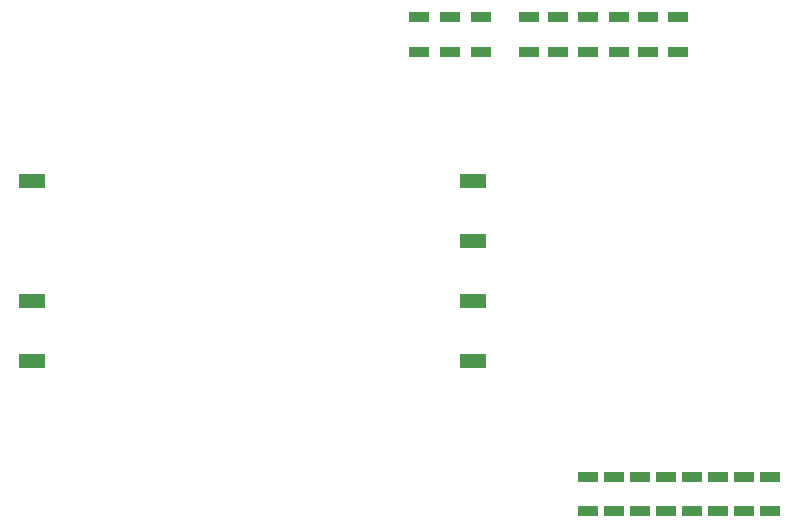
<source format=gbr>
G04 #@! TF.GenerationSoftware,KiCad,Pcbnew,(5.1.0-0)*
G04 #@! TF.CreationDate,2019-04-24T12:09:54-04:00*
G04 #@! TF.ProjectId,TR19-COMP-PD_rev2,54523139-2d43-44f4-9d50-2d50445f7265,rev?*
G04 #@! TF.SameCoordinates,Original*
G04 #@! TF.FileFunction,Paste,Top*
G04 #@! TF.FilePolarity,Positive*
%FSLAX46Y46*%
G04 Gerber Fmt 4.6, Leading zero omitted, Abs format (unit mm)*
G04 Created by KiCad (PCBNEW (5.1.0-0)) date 2019-04-24 12:09:54*
%MOMM*%
%LPD*%
G04 APERTURE LIST*
%ADD10R,2.200000X1.200000*%
%ADD11R,1.700000X0.900000*%
G04 APERTURE END LIST*
D10*
X127472000Y-92340000D03*
X127472000Y-97420000D03*
X127472000Y-102500000D03*
X127472000Y-87260000D03*
X90134000Y-102500000D03*
X90134000Y-97420000D03*
X90134000Y-87260000D03*
D11*
X144850000Y-76300000D03*
X144850000Y-73400000D03*
X142250000Y-73400000D03*
X142250000Y-76300000D03*
X139800000Y-76300000D03*
X139800000Y-73400000D03*
X137200000Y-112300000D03*
X137200000Y-115200000D03*
X141600000Y-112300000D03*
X141600000Y-115200000D03*
X146000000Y-112300000D03*
X146000000Y-115200000D03*
X150400000Y-112300000D03*
X150400000Y-115200000D03*
X137200000Y-76300000D03*
X137200000Y-73400000D03*
X134700000Y-73400000D03*
X134700000Y-76300000D03*
X132200000Y-76300000D03*
X132200000Y-73400000D03*
X139400000Y-112300000D03*
X139400000Y-115200000D03*
X143800000Y-112300000D03*
X143800000Y-115200000D03*
X148200000Y-112300000D03*
X148200000Y-115200000D03*
X152600000Y-112300000D03*
X152600000Y-115200000D03*
X128150000Y-76300000D03*
X128150000Y-73400000D03*
X125550000Y-73400000D03*
X125550000Y-76300000D03*
X122900000Y-76300000D03*
X122900000Y-73400000D03*
M02*

</source>
